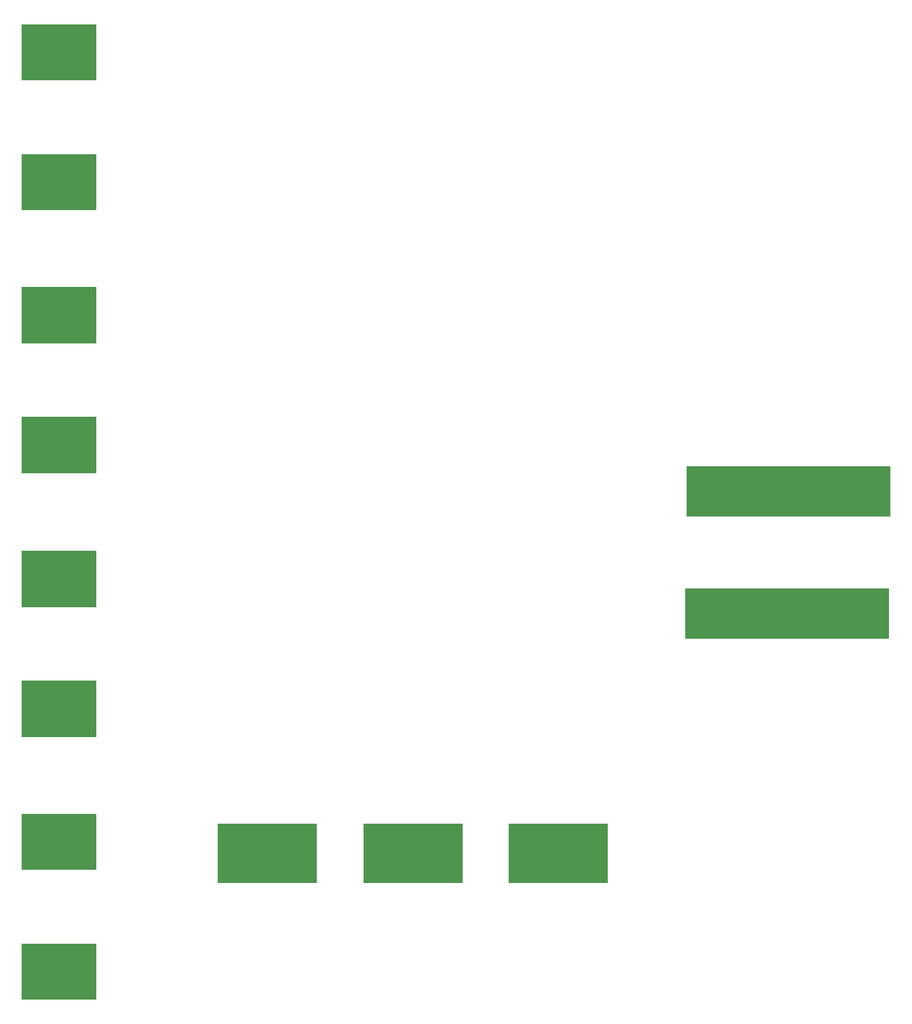
<source format=gbr>
%TF.GenerationSoftware,Altium Limited,Altium Designer,21.6.4 (81)*%
G04 Layer_Color=16711935*
%FSLAX43Y43*%
%MOMM*%
%TF.SameCoordinates,95A2699C-722C-4572-8EE5-7BEA9F810E30*%
%TF.FilePolarity,Positive*%
%TF.FileFunction,Other,Mechanical_5*%
%TF.Part,Single*%
G01*
G75*
G36*
X-117060Y9777D02*
X-107984D01*
Y16559D01*
X-117060D01*
Y9777D01*
D02*
G37*
G36*
Y25525D02*
X-107984D01*
Y32307D01*
X-117060D01*
Y25525D01*
D02*
G37*
G36*
Y41654D02*
X-107984D01*
Y48436D01*
X-117060D01*
Y41654D01*
D02*
G37*
G36*
X-93243Y31151D02*
X-81255D01*
Y23887D01*
X-93243D01*
Y31151D01*
D02*
G37*
G36*
X-75590D02*
X-63602D01*
Y23887D01*
X-75590D01*
Y31151D01*
D02*
G37*
G36*
X-57937D02*
X-45949D01*
Y23887D01*
X-57937D01*
Y31151D01*
D02*
G37*
G36*
X-107984Y121283D02*
X-117060D01*
Y128065D01*
X-107984D01*
Y121283D01*
D02*
G37*
G36*
Y105535D02*
X-117060D01*
Y112317D01*
X-107984D01*
Y105535D01*
D02*
G37*
G36*
Y89406D02*
X-117060D01*
Y96188D01*
X-107984D01*
Y89406D01*
D02*
G37*
G36*
Y73658D02*
X-117060D01*
Y80440D01*
X-107984D01*
Y73658D01*
D02*
G37*
G36*
X-11670Y68396D02*
X-36385D01*
Y74467D01*
X-11670D01*
Y68396D01*
D02*
G37*
G36*
X-107984Y57402D02*
X-117060D01*
Y64184D01*
X-107984D01*
Y57402D01*
D02*
G37*
G36*
X-11798Y53567D02*
X-36513D01*
Y59637D01*
X-11798D01*
Y53567D01*
D02*
G37*
%TF.MD5,63be9cf48aa4d126df46c54a33dd433e*%
M02*

</source>
